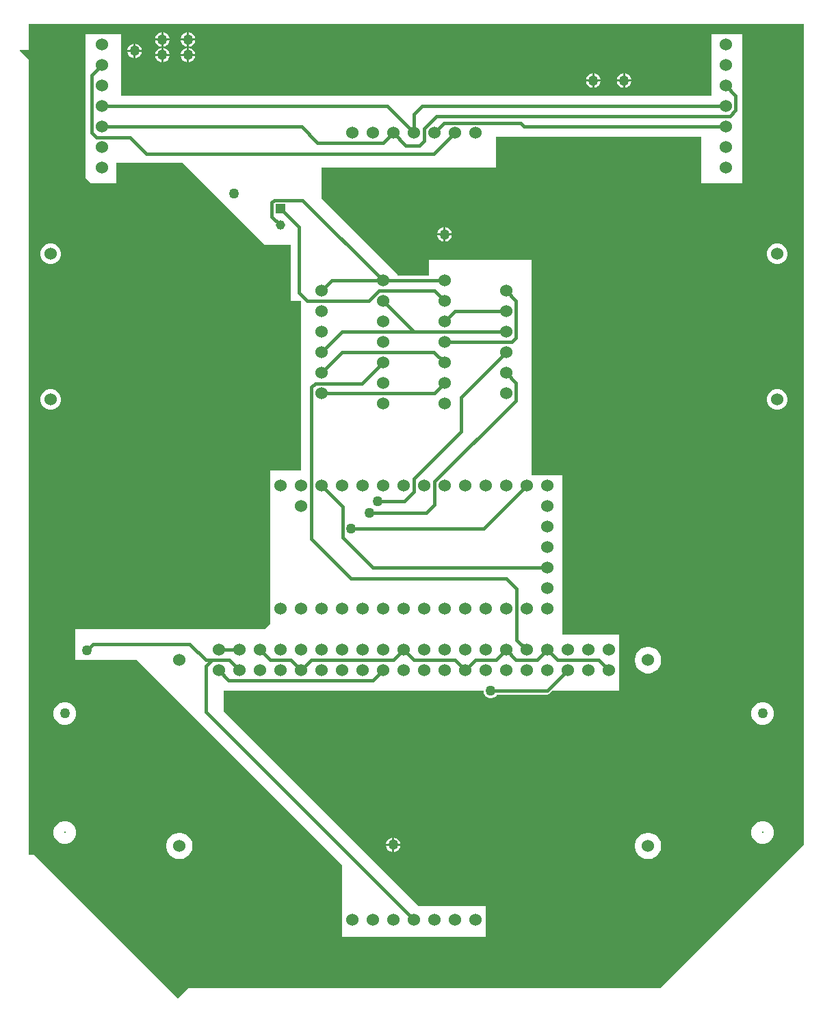
<source format=gbr>
G04*
G04 #@! TF.GenerationSoftware,Altium Limited,Altium Designer,23.2.1 (34)*
G04*
G04 Layer_Physical_Order=2*
G04 Layer_Color=16711680*
%FSLAX25Y25*%
%MOIN*%
G70*
G04*
G04 #@! TF.SameCoordinates,44C20E60-2C31-4A65-8039-A08327F752B7*
G04*
G04*
G04 #@! TF.FilePolarity,Positive*
G04*
G01*
G75*
%ADD26C,0.01500*%
%ADD27C,0.06000*%
%ADD28C,0.04528*%
%ADD29R,0.04528X0.04528*%
%ADD30C,0.05000*%
%ADD31C,0.01000*%
G36*
X190000Y85000D02*
X120000Y15000D01*
X-110000D01*
X-115000Y10000D01*
X-185000Y80000D01*
X-187500D01*
Y467500D01*
X-192038Y472038D01*
X-191847Y472500D01*
X-187500D01*
Y485000D01*
X190000D01*
Y85000D01*
D02*
G37*
%LPC*%
G36*
X-109500Y480990D02*
Y478000D01*
X-106510D01*
X-106738Y478851D01*
X-107199Y479649D01*
X-107851Y480301D01*
X-108649Y480761D01*
X-109500Y480990D01*
D02*
G37*
G36*
X-110500D02*
X-111351Y480761D01*
X-112149Y480301D01*
X-112801Y479649D01*
X-113261Y478851D01*
X-113489Y478000D01*
X-110500D01*
Y480990D01*
D02*
G37*
G36*
X-122000D02*
Y478000D01*
X-119010D01*
X-119238Y478851D01*
X-119699Y479649D01*
X-120351Y480301D01*
X-121149Y480761D01*
X-122000Y480990D01*
D02*
G37*
G36*
X-123000D02*
X-123851Y480761D01*
X-124649Y480301D01*
X-125301Y479649D01*
X-125761Y478851D01*
X-125989Y478000D01*
X-123000D01*
Y480990D01*
D02*
G37*
G36*
X-106510Y477000D02*
X-109500D01*
Y474011D01*
X-108649Y474238D01*
X-107851Y474699D01*
X-107199Y475351D01*
X-106738Y476149D01*
X-106510Y477000D01*
D02*
G37*
G36*
X-110500D02*
X-113489D01*
X-113261Y476149D01*
X-112801Y475351D01*
X-112149Y474699D01*
X-111351Y474238D01*
X-110500Y474011D01*
Y477000D01*
D02*
G37*
G36*
X-119010D02*
X-122000D01*
Y474011D01*
X-121149Y474238D01*
X-120351Y474699D01*
X-119699Y475351D01*
X-119238Y476149D01*
X-119010Y477000D01*
D02*
G37*
G36*
X-123000D02*
X-125989D01*
X-125761Y476149D01*
X-125301Y475351D01*
X-124649Y474699D01*
X-123851Y474238D01*
X-123000Y474011D01*
Y477000D01*
D02*
G37*
G36*
X-135500Y475490D02*
Y472500D01*
X-132510D01*
X-132738Y473351D01*
X-133199Y474149D01*
X-133851Y474801D01*
X-134649Y475261D01*
X-135500Y475490D01*
D02*
G37*
G36*
X-136500D02*
X-137351Y475261D01*
X-138149Y474801D01*
X-138801Y474149D01*
X-139261Y473351D01*
X-139489Y472500D01*
X-136500D01*
Y475490D01*
D02*
G37*
G36*
X-109500Y473490D02*
Y470500D01*
X-106510D01*
X-106738Y471351D01*
X-107199Y472149D01*
X-107851Y472801D01*
X-108649Y473261D01*
X-109500Y473490D01*
D02*
G37*
G36*
X-110500D02*
X-111351Y473261D01*
X-112149Y472801D01*
X-112801Y472149D01*
X-113261Y471351D01*
X-113489Y470500D01*
X-110500D01*
Y473490D01*
D02*
G37*
G36*
X-122000D02*
Y470500D01*
X-119010D01*
X-119238Y471351D01*
X-119699Y472149D01*
X-120351Y472801D01*
X-121149Y473261D01*
X-122000Y473490D01*
D02*
G37*
G36*
X-123000D02*
X-123851Y473261D01*
X-124649Y472801D01*
X-125301Y472149D01*
X-125761Y471351D01*
X-125989Y470500D01*
X-123000D01*
Y473490D01*
D02*
G37*
G36*
X-132510Y471500D02*
X-135500D01*
Y468510D01*
X-134649Y468739D01*
X-133851Y469199D01*
X-133199Y469851D01*
X-132738Y470649D01*
X-132510Y471500D01*
D02*
G37*
G36*
X-136500D02*
X-139489D01*
X-139261Y470649D01*
X-138801Y469851D01*
X-138149Y469199D01*
X-137351Y468739D01*
X-136500Y468510D01*
Y471500D01*
D02*
G37*
G36*
X-106510Y469500D02*
X-109500D01*
Y466510D01*
X-108649Y466739D01*
X-107851Y467199D01*
X-107199Y467851D01*
X-106738Y468649D01*
X-106510Y469500D01*
D02*
G37*
G36*
X-110500D02*
X-113489D01*
X-113261Y468649D01*
X-112801Y467851D01*
X-112149Y467199D01*
X-111351Y466739D01*
X-110500Y466510D01*
Y469500D01*
D02*
G37*
G36*
X-119010D02*
X-122000D01*
Y466510D01*
X-121149Y466739D01*
X-120351Y467199D01*
X-119699Y467851D01*
X-119238Y468649D01*
X-119010Y469500D01*
D02*
G37*
G36*
X-123000D02*
X-125989D01*
X-125761Y468649D01*
X-125301Y467851D01*
X-124649Y467199D01*
X-123851Y466739D01*
X-123000Y466510D01*
Y469500D01*
D02*
G37*
G36*
X103000Y460990D02*
Y458000D01*
X105990D01*
X105762Y458851D01*
X105301Y459649D01*
X104649Y460301D01*
X103851Y460761D01*
X103000Y460990D01*
D02*
G37*
G36*
X102000D02*
X101149Y460761D01*
X100351Y460301D01*
X99699Y459649D01*
X99239Y458851D01*
X99010Y458000D01*
X102000D01*
Y460990D01*
D02*
G37*
G36*
X88000D02*
Y458000D01*
X90990D01*
X90762Y458851D01*
X90301Y459649D01*
X89649Y460301D01*
X88851Y460761D01*
X88000Y460990D01*
D02*
G37*
G36*
X87000D02*
X86149Y460761D01*
X85351Y460301D01*
X84699Y459649D01*
X84238Y458851D01*
X84010Y458000D01*
X87000D01*
Y460990D01*
D02*
G37*
G36*
X105990Y457000D02*
X103000D01*
Y454010D01*
X103851Y454239D01*
X104649Y454699D01*
X105301Y455351D01*
X105762Y456149D01*
X105990Y457000D01*
D02*
G37*
G36*
X102000D02*
X99010D01*
X99239Y456149D01*
X99699Y455351D01*
X100351Y454699D01*
X101149Y454239D01*
X102000Y454010D01*
Y457000D01*
D02*
G37*
G36*
X90990D02*
X88000D01*
Y454010D01*
X88851Y454239D01*
X89649Y454699D01*
X90301Y455351D01*
X90762Y456149D01*
X90990Y457000D01*
D02*
G37*
G36*
X87000D02*
X84010D01*
X84238Y456149D01*
X84699Y455351D01*
X85351Y454699D01*
X86149Y454239D01*
X87000Y454010D01*
Y457000D01*
D02*
G37*
G36*
X160000Y480000D02*
X145000D01*
Y450000D01*
X-142500D01*
Y480000D01*
X-160000D01*
Y472500D01*
Y410000D01*
X-157500Y407500D01*
X-145000D01*
Y417500D01*
X-112500D01*
X-72500Y377500D01*
X-60000D01*
Y350000D01*
X-55000D01*
Y267500D01*
X-70000D01*
Y192500D01*
X-72500Y190000D01*
X-165000D01*
Y175000D01*
X-135000D01*
X-35000Y75000D01*
Y40000D01*
X35000D01*
Y55000D01*
X2500D01*
X-92500Y150000D01*
Y160000D01*
X34000D01*
Y159539D01*
X34238Y158649D01*
X34699Y157851D01*
X35351Y157199D01*
X36149Y156738D01*
X37039Y156500D01*
X37961D01*
X38851Y156738D01*
X39649Y157199D01*
X40301Y157851D01*
X40511Y158216D01*
X65000D01*
X65683Y158352D01*
X66262Y158738D01*
X67523Y160000D01*
X100000D01*
Y187500D01*
X72500D01*
Y265000D01*
X57500D01*
Y370000D01*
X7500D01*
Y362500D01*
X-7500D01*
X-45000Y400000D01*
Y415000D01*
X40000D01*
Y430000D01*
X140000D01*
Y407500D01*
X160000D01*
Y480000D01*
D02*
G37*
G36*
X15500Y385989D02*
Y383000D01*
X18489D01*
X18261Y383851D01*
X17801Y384649D01*
X17149Y385301D01*
X16351Y385761D01*
X15500Y385989D01*
D02*
G37*
G36*
X14500D02*
X13649Y385761D01*
X12851Y385301D01*
X12199Y384649D01*
X11738Y383851D01*
X11511Y383000D01*
X14500D01*
Y385989D01*
D02*
G37*
G36*
X18489Y382000D02*
X15500D01*
Y379011D01*
X16351Y379239D01*
X17149Y379699D01*
X17801Y380351D01*
X18261Y381149D01*
X18489Y382000D01*
D02*
G37*
G36*
X14500D02*
X11511D01*
X11738Y381149D01*
X12199Y380351D01*
X12851Y379699D01*
X13649Y379239D01*
X14500Y379011D01*
Y382000D01*
D02*
G37*
G36*
X177658Y378000D02*
X176342D01*
X175070Y377659D01*
X173930Y377001D01*
X172999Y376070D01*
X172341Y374930D01*
X172000Y373658D01*
Y372342D01*
X172341Y371070D01*
X172999Y369930D01*
X173930Y368999D01*
X175070Y368341D01*
X176342Y368000D01*
X177658D01*
X178930Y368341D01*
X180070Y368999D01*
X181001Y369930D01*
X181659Y371070D01*
X182000Y372342D01*
Y373658D01*
X181659Y374930D01*
X181001Y376070D01*
X180070Y377001D01*
X178930Y377659D01*
X177658Y378000D01*
D02*
G37*
G36*
X-176342D02*
X-177658D01*
X-178930Y377659D01*
X-180070Y377001D01*
X-181001Y376070D01*
X-181659Y374930D01*
X-182000Y373658D01*
Y372342D01*
X-181659Y371070D01*
X-181001Y369930D01*
X-180070Y368999D01*
X-178930Y368341D01*
X-177658Y368000D01*
X-176342D01*
X-175070Y368341D01*
X-173930Y368999D01*
X-172999Y369930D01*
X-172341Y371070D01*
X-172000Y372342D01*
Y373658D01*
X-172341Y374930D01*
X-172999Y376070D01*
X-173930Y377001D01*
X-175070Y377659D01*
X-176342Y378000D01*
D02*
G37*
G36*
X177658Y307000D02*
X176342D01*
X175070Y306659D01*
X173930Y306001D01*
X172999Y305070D01*
X172341Y303930D01*
X172000Y302658D01*
Y301342D01*
X172341Y300070D01*
X172999Y298930D01*
X173930Y297999D01*
X175070Y297341D01*
X176342Y297000D01*
X177658D01*
X178930Y297341D01*
X180070Y297999D01*
X181001Y298930D01*
X181659Y300070D01*
X182000Y301342D01*
Y302658D01*
X181659Y303930D01*
X181001Y305070D01*
X180070Y306001D01*
X178930Y306659D01*
X177658Y307000D01*
D02*
G37*
G36*
X-176342D02*
X-177658D01*
X-178930Y306659D01*
X-180070Y306001D01*
X-181001Y305070D01*
X-181659Y303930D01*
X-182000Y302658D01*
Y301342D01*
X-181659Y300070D01*
X-181001Y298930D01*
X-180070Y297999D01*
X-178930Y297341D01*
X-177658Y297000D01*
X-176342D01*
X-175070Y297341D01*
X-173930Y297999D01*
X-172999Y298930D01*
X-172341Y300070D01*
X-172000Y301342D01*
Y302658D01*
X-172341Y303930D01*
X-172999Y305070D01*
X-173930Y306001D01*
X-175070Y306659D01*
X-176342Y307000D01*
D02*
G37*
G36*
X114785Y181394D02*
X113522D01*
X112283Y181147D01*
X111116Y180664D01*
X110065Y179962D01*
X109172Y179069D01*
X108470Y178018D01*
X107987Y176851D01*
X107740Y175612D01*
Y174349D01*
X107987Y173110D01*
X108470Y171942D01*
X109172Y170892D01*
X110065Y169999D01*
X111116Y169297D01*
X112283Y168814D01*
X113522Y168567D01*
X114785D01*
X116024Y168814D01*
X117192Y169297D01*
X118242Y169999D01*
X119135Y170892D01*
X119837Y171942D01*
X120320Y173110D01*
X120567Y174349D01*
Y175612D01*
X120320Y176851D01*
X119837Y178018D01*
X119135Y179069D01*
X118242Y179962D01*
X117192Y180664D01*
X116024Y181147D01*
X114785Y181394D01*
D02*
G37*
G36*
X170724Y154500D02*
X169276D01*
X167877Y154125D01*
X166623Y153401D01*
X165599Y152377D01*
X164875Y151123D01*
X164500Y149724D01*
Y148276D01*
X164875Y146877D01*
X165599Y145623D01*
X166623Y144599D01*
X167877Y143875D01*
X169276Y143500D01*
X170724D01*
X172123Y143875D01*
X173377Y144599D01*
X174401Y145623D01*
X175125Y146877D01*
X175500Y148276D01*
Y149724D01*
X175125Y151123D01*
X174401Y152377D01*
X173377Y153401D01*
X172123Y154125D01*
X170724Y154500D01*
D02*
G37*
G36*
X-169276D02*
X-170724D01*
X-172123Y154125D01*
X-173377Y153401D01*
X-174401Y152377D01*
X-175125Y151123D01*
X-175500Y149724D01*
Y148276D01*
X-175125Y146877D01*
X-174401Y145623D01*
X-173377Y144599D01*
X-172123Y143875D01*
X-170724Y143500D01*
X-169276D01*
X-167877Y143875D01*
X-166623Y144599D01*
X-165599Y145623D01*
X-164875Y146877D01*
X-164500Y148276D01*
Y149724D01*
X-164875Y151123D01*
X-165599Y152377D01*
X-166623Y153401D01*
X-167877Y154125D01*
X-169276Y154500D01*
D02*
G37*
G36*
X170724Y96500D02*
X169276D01*
X167877Y96125D01*
X166623Y95401D01*
X165599Y94377D01*
X164875Y93123D01*
X164500Y91724D01*
Y90276D01*
X164875Y88877D01*
X165599Y87623D01*
X166623Y86599D01*
X167877Y85875D01*
X169276Y85500D01*
X170724D01*
X172123Y85875D01*
X173377Y86599D01*
X174401Y87623D01*
X175125Y88877D01*
X175500Y90276D01*
Y91724D01*
X175125Y93123D01*
X174401Y94377D01*
X173377Y95401D01*
X172123Y96125D01*
X170724Y96500D01*
D02*
G37*
G36*
X-9500Y88490D02*
Y85500D01*
X-6510D01*
X-6739Y86351D01*
X-7199Y87149D01*
X-7851Y87801D01*
X-8649Y88261D01*
X-9500Y88490D01*
D02*
G37*
G36*
X-10500D02*
X-11351Y88261D01*
X-12149Y87801D01*
X-12801Y87149D01*
X-13262Y86351D01*
X-13489Y85500D01*
X-10500D01*
Y88490D01*
D02*
G37*
G36*
X-169276Y96500D02*
X-170724D01*
X-172123Y96125D01*
X-173377Y95401D01*
X-174401Y94377D01*
X-175125Y93123D01*
X-175500Y91724D01*
Y90276D01*
X-175125Y88877D01*
X-174401Y87623D01*
X-173377Y86599D01*
X-172123Y85875D01*
X-170724Y85500D01*
X-169276D01*
X-167877Y85875D01*
X-166623Y86599D01*
X-165599Y87623D01*
X-164875Y88877D01*
X-164500Y90276D01*
Y91724D01*
X-164875Y93123D01*
X-165599Y94377D01*
X-166623Y95401D01*
X-167877Y96125D01*
X-169276Y96500D01*
D02*
G37*
G36*
X-6510Y84500D02*
X-9500D01*
Y81511D01*
X-8649Y81739D01*
X-7851Y82199D01*
X-7199Y82851D01*
X-6739Y83649D01*
X-6510Y84500D01*
D02*
G37*
G36*
X-10500D02*
X-13489D01*
X-13262Y83649D01*
X-12801Y82851D01*
X-12149Y82199D01*
X-11351Y81739D01*
X-10500Y81511D01*
Y84500D01*
D02*
G37*
G36*
X114785Y90843D02*
X113522D01*
X112283Y90596D01*
X111116Y90113D01*
X110065Y89411D01*
X109172Y88517D01*
X108470Y87467D01*
X107987Y86300D01*
X107740Y85061D01*
Y83798D01*
X107987Y82559D01*
X108470Y81391D01*
X109172Y80341D01*
X110065Y79448D01*
X111116Y78746D01*
X112283Y78262D01*
X113522Y78016D01*
X114785D01*
X116024Y78262D01*
X117192Y78746D01*
X118242Y79448D01*
X119135Y80341D01*
X119837Y81391D01*
X120320Y82559D01*
X120567Y83798D01*
Y85061D01*
X120320Y86300D01*
X119837Y87467D01*
X119135Y88517D01*
X118242Y89411D01*
X117192Y90113D01*
X116024Y90596D01*
X114785Y90843D01*
D02*
G37*
G36*
X-113561D02*
X-114824D01*
X-116063Y90596D01*
X-117231Y90113D01*
X-118281Y89411D01*
X-119174Y88517D01*
X-119876Y87467D01*
X-120360Y86300D01*
X-120606Y85061D01*
Y83798D01*
X-120360Y82559D01*
X-119876Y81391D01*
X-119174Y80341D01*
X-118281Y79448D01*
X-117231Y78746D01*
X-116063Y78262D01*
X-114824Y78016D01*
X-113561D01*
X-112322Y78262D01*
X-111155Y78746D01*
X-110105Y79448D01*
X-109211Y80341D01*
X-108509Y81391D01*
X-108026Y82559D01*
X-107779Y83798D01*
Y85061D01*
X-108026Y86300D01*
X-108509Y87467D01*
X-109211Y88517D01*
X-110105Y89411D01*
X-111155Y90113D01*
X-112322Y90596D01*
X-113561Y90843D01*
D02*
G37*
%LPD*%
D26*
X37500Y160000D02*
X65000D01*
X75000Y170000D01*
X-17500Y252500D02*
X-4700D01*
X0Y257200D01*
X50200Y184800D02*
Y209700D01*
X-30599Y214900D02*
X45000D01*
X50200Y209700D01*
X0Y335000D02*
X45000D01*
X-35000D02*
X0D01*
X-98300Y175000D02*
X-90000D01*
X-101300D02*
X-98300D01*
X-45000Y325000D02*
X-35000Y335000D01*
X-25200Y309800D02*
X-15000Y320000D01*
X-48000Y309800D02*
X-25200D01*
X-49800Y308000D02*
X-48000Y309800D01*
X-49800Y234101D02*
Y308000D01*
Y234101D02*
X-30599Y214900D01*
X50200Y184800D02*
X55000Y180000D01*
X9800Y325200D02*
X15000Y320000D01*
X-34800Y325200D02*
X9800D01*
X-45000Y315000D02*
X-34800Y325200D01*
X20000Y345000D02*
X45000D01*
X15000Y340000D02*
X20000Y345000D01*
X45000Y180000D02*
X49800Y175200D01*
X60200D01*
X65000Y180000D01*
X-40000Y360000D02*
X-15000D01*
X-45000Y355000D02*
X-40000Y360000D01*
X53800Y435000D02*
X152000D01*
X52000Y436800D02*
X53800Y435000D01*
X14800Y436800D02*
X52000D01*
X10000Y432000D02*
X14800Y436800D01*
X23000Y303000D02*
X45000Y325000D01*
X23000Y286500D02*
Y303000D01*
X0Y263500D02*
X23000Y286500D01*
X0Y257200D02*
Y263500D01*
X45000Y315000D02*
X49800Y310200D01*
Y301600D02*
Y310200D01*
X10200Y262000D02*
X49800Y301600D01*
X10200Y250900D02*
Y262000D01*
X6000Y246700D02*
X10200Y250900D01*
X-21500Y246700D02*
X6000D01*
X34200Y239200D02*
X55000Y260000D01*
X-30500Y239200D02*
X34200D01*
X-152001Y435000D02*
X-54600D01*
X-46800Y427200D01*
X-14800D01*
X-10000Y432000D01*
X10000Y355000D02*
X15000Y350000D01*
X-16800Y355000D02*
X10000D01*
X-21800Y350000D02*
X-16800Y355000D01*
X-52000Y350000D02*
X-21800D01*
X-56000Y354000D02*
X-52000Y350000D01*
X-56000Y354000D02*
Y386000D01*
X-65000Y395000D02*
X-56000Y386000D01*
X-90000Y175000D02*
X-85000Y170000D01*
X-101300Y172000D02*
X-98300Y175000D01*
X-101300Y149800D02*
Y172000D01*
Y149800D02*
X0Y48500D01*
X4000Y445000D02*
X152000D01*
X0Y441000D02*
X4000Y445000D01*
X0Y432000D02*
Y441000D01*
X152000Y455000D02*
X156800Y450200D01*
Y443000D02*
Y450200D01*
X154000Y440200D02*
X156800Y443000D01*
X11200Y440200D02*
X154000D01*
X5000Y434000D02*
X11200Y440200D01*
X5000Y428000D02*
Y434000D01*
X2800Y425800D02*
X5000Y428000D01*
X-3800Y425800D02*
X2800D01*
X-10000Y432000D02*
X-3800Y425800D01*
X-19800Y220000D02*
X65000D01*
X-34750Y234950D02*
X-19800Y220000D01*
X-34750Y234950D02*
Y249750D01*
X-45000Y260000D02*
X-34750Y249750D01*
X-69100Y391198D02*
X-65000Y387098D01*
X-69100Y391198D02*
Y398000D01*
X-68000Y399100D01*
X-54100D01*
X-15000Y360000D01*
X15000Y330000D02*
X47800D01*
X49800Y332000D01*
Y350200D01*
X45000Y355000D02*
X49800Y350200D01*
X9700Y421700D02*
X20000Y432000D01*
X-130100Y421700D02*
X9700D01*
X-138300Y429900D02*
X-130100Y421700D01*
X-154700Y429900D02*
X-138300D01*
X-156800Y432000D02*
X-154700Y429900D01*
X-156800Y432000D02*
Y460201D01*
X-152001Y465000D01*
X-45000Y305000D02*
X10000D01*
X15000Y310000D01*
X-109100Y182800D02*
X-101300Y175000D01*
X-156400Y182800D02*
X-109100D01*
X-159300Y179900D02*
X-156400Y182800D01*
X-75000Y180000D02*
X-70000Y175000D01*
X-60000D01*
X-55000Y170000D01*
X40000Y175000D02*
X45000Y180000D01*
X30000Y175000D02*
X40000D01*
X25000Y170000D02*
X30000Y175000D01*
X90000D02*
X95000Y170000D01*
X70000Y175000D02*
X90000D01*
X65000Y180000D02*
X70000Y175000D01*
X20000D02*
X25000Y170000D01*
X0Y175000D02*
X20000D01*
X-5000Y180000D02*
X0Y175000D01*
X-15000Y350000D02*
X0Y335000D01*
X-9800Y175200D02*
X-5000Y180000D01*
X-49800Y175200D02*
X-9800D01*
X-55000Y170000D02*
X-49800Y175200D01*
X-13000Y445000D02*
X0Y432000D01*
X-152001Y445000D02*
X-13000D01*
X-19800Y165200D02*
X-15000Y170000D01*
X-90200Y165200D02*
X-19800D01*
X-95000Y170000D02*
X-90200Y165200D01*
X-95000Y180000D02*
X-85000D01*
X-15000Y360000D02*
X15000D01*
D27*
X-152001Y415000D02*
D03*
Y425000D02*
D03*
Y435000D02*
D03*
Y445000D02*
D03*
Y455000D02*
D03*
Y465000D02*
D03*
Y475000D02*
D03*
X65000Y250000D02*
D03*
Y240000D02*
D03*
Y230000D02*
D03*
Y220000D02*
D03*
Y210000D02*
D03*
X-55000Y260000D02*
D03*
X-65000D02*
D03*
X-35000D02*
D03*
X-45000D02*
D03*
X-15000D02*
D03*
X-25000D02*
D03*
X5000D02*
D03*
X-5000D02*
D03*
X25000D02*
D03*
X15000D02*
D03*
X45000D02*
D03*
X35000D02*
D03*
X65000D02*
D03*
X55000D02*
D03*
X-55000Y200000D02*
D03*
X-65000D02*
D03*
X-35000D02*
D03*
X-45000D02*
D03*
X-15000D02*
D03*
X-25000D02*
D03*
X5000D02*
D03*
X-5000D02*
D03*
X25000D02*
D03*
X15000D02*
D03*
X45000D02*
D03*
X35000D02*
D03*
X65000D02*
D03*
X55000D02*
D03*
X-55000Y250000D02*
D03*
X-114193Y174980D02*
D03*
X114154D02*
D03*
X-114193Y84429D02*
D03*
X-95000Y180000D02*
D03*
Y170000D02*
D03*
X-85000Y180000D02*
D03*
Y170000D02*
D03*
X-75000Y180000D02*
D03*
Y170000D02*
D03*
X-65000Y180000D02*
D03*
Y170000D02*
D03*
X-55000Y180000D02*
D03*
Y170000D02*
D03*
X-45000Y180000D02*
D03*
Y170000D02*
D03*
X-35000Y180000D02*
D03*
Y170000D02*
D03*
X-25000Y180000D02*
D03*
Y170000D02*
D03*
X-15000Y180000D02*
D03*
Y170000D02*
D03*
X-5000Y180000D02*
D03*
Y170000D02*
D03*
X5000Y180000D02*
D03*
Y170000D02*
D03*
X15000Y180000D02*
D03*
Y170000D02*
D03*
X25000Y180000D02*
D03*
Y170000D02*
D03*
X35000Y180000D02*
D03*
Y170000D02*
D03*
X45000Y180000D02*
D03*
Y170000D02*
D03*
X55000Y180000D02*
D03*
Y170000D02*
D03*
X65000Y180000D02*
D03*
Y170000D02*
D03*
X75000Y180000D02*
D03*
Y170000D02*
D03*
X85000Y180000D02*
D03*
Y170000D02*
D03*
X95000Y180000D02*
D03*
Y170000D02*
D03*
X114154Y84429D02*
D03*
X-177000Y373000D02*
D03*
Y302000D02*
D03*
X-15000Y360000D02*
D03*
X15000D02*
D03*
X-15000Y350000D02*
D03*
X15000D02*
D03*
X-15000Y340000D02*
D03*
X15000D02*
D03*
X-15000Y330000D02*
D03*
X15000D02*
D03*
X-15000Y320000D02*
D03*
X15000D02*
D03*
X-15000Y310000D02*
D03*
X15000D02*
D03*
X-15000Y300000D02*
D03*
X15000D02*
D03*
X-45000Y325000D02*
D03*
Y315000D02*
D03*
Y305000D02*
D03*
Y345000D02*
D03*
Y335000D02*
D03*
Y355000D02*
D03*
X177000Y302000D02*
D03*
Y373000D02*
D03*
X30000Y48500D02*
D03*
X20000D02*
D03*
X10000D02*
D03*
X0D02*
D03*
X-10000D02*
D03*
X-20000D02*
D03*
X-30000D02*
D03*
Y432000D02*
D03*
X-20000D02*
D03*
X-10000D02*
D03*
X0D02*
D03*
X10000D02*
D03*
X20000D02*
D03*
X30000D02*
D03*
X152000Y475000D02*
D03*
Y465000D02*
D03*
Y455000D02*
D03*
Y445000D02*
D03*
Y435000D02*
D03*
Y425000D02*
D03*
Y415000D02*
D03*
X45000Y335000D02*
D03*
Y345000D02*
D03*
Y355000D02*
D03*
Y315000D02*
D03*
Y325000D02*
D03*
Y305000D02*
D03*
D28*
X-65000Y387098D02*
D03*
D29*
Y395000D02*
D03*
D30*
X170000Y149000D02*
D03*
X-170000D02*
D03*
X37500Y160000D02*
D03*
X-17500Y252500D02*
D03*
X-110000Y477500D02*
D03*
Y470000D02*
D03*
X-122500D02*
D03*
Y477500D02*
D03*
X-10000Y85000D02*
D03*
X-87500Y402500D02*
D03*
X15000Y382500D02*
D03*
X102500Y457500D02*
D03*
X87500D02*
D03*
X-136000Y472000D02*
D03*
X-21500Y246700D02*
D03*
X-30500Y239200D02*
D03*
X-159300Y179900D02*
D03*
D31*
X170000Y91000D02*
D03*
X-170000D02*
D03*
M02*

</source>
